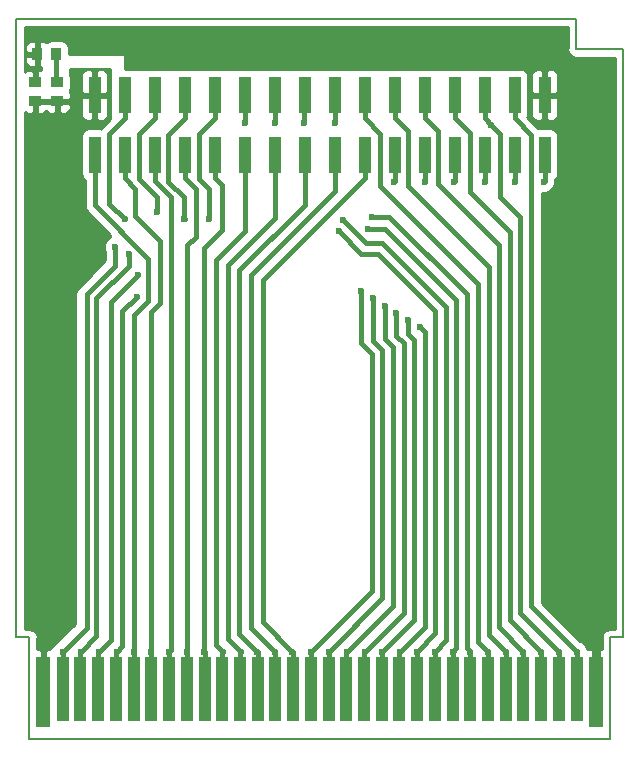
<source format=gbr>
G04 #@! TF.GenerationSoftware,KiCad,Pcbnew,5.0.2-bee76a0~70~ubuntu18.10.1*
G04 #@! TF.CreationDate,2019-01-06T00:09:16+02:00*
G04 #@! TF.ProjectId,GB-BRK-CART,47422d42-524b-42d4-9341-52542e6b6963,v4.0*
G04 #@! TF.SameCoordinates,Original*
G04 #@! TF.FileFunction,Copper,L1,Top*
G04 #@! TF.FilePolarity,Positive*
%FSLAX46Y46*%
G04 Gerber Fmt 4.6, Leading zero omitted, Abs format (unit mm)*
G04 Created by KiCad (PCBNEW 5.0.2-bee76a0~70~ubuntu18.10.1) date su  6. tammikuuta 2019 00.09.16*
%MOMM*%
%LPD*%
G01*
G04 APERTURE LIST*
G04 #@! TA.AperFunction,NonConductor*
%ADD10C,0.150000*%
G04 #@! TD*
G04 #@! TA.AperFunction,SMDPad,CuDef*
%ADD11R,1.000000X3.150000*%
G04 #@! TD*
G04 #@! TA.AperFunction,SMDPad,CuDef*
%ADD12R,1.000000X0.820000*%
G04 #@! TD*
G04 #@! TA.AperFunction,SMDPad,CuDef*
%ADD13R,0.820000X1.000000*%
G04 #@! TD*
G04 #@! TA.AperFunction,ConnectorPad*
%ADD14R,1.300000X6.000000*%
G04 #@! TD*
G04 #@! TA.AperFunction,ConnectorPad*
%ADD15R,1.000000X5.500000*%
G04 #@! TD*
G04 #@! TA.AperFunction,ViaPad*
%ADD16C,0.600000*%
G04 #@! TD*
G04 #@! TA.AperFunction,ViaPad*
%ADD17C,1.000000*%
G04 #@! TD*
G04 #@! TA.AperFunction,Conductor*
%ADD18C,0.800000*%
G04 #@! TD*
G04 #@! TA.AperFunction,Conductor*
%ADD19C,0.400000*%
G04 #@! TD*
G04 #@! TA.AperFunction,Conductor*
%ADD20C,0.254000*%
G04 #@! TD*
G04 APERTURE END LIST*
D10*
X121700000Y-39000000D02*
X121700000Y-41600000D01*
X74300000Y-39000000D02*
X121700000Y-39000000D01*
X125700000Y-41600000D02*
X121700000Y-41600000D01*
X74300000Y-91400000D02*
X74300000Y-39000000D01*
X75400000Y-91400000D02*
X74300000Y-91400000D01*
X75400000Y-100000000D02*
X75400000Y-91400000D01*
X125700000Y-91400000D02*
X125700000Y-41600000D01*
X124600000Y-91400000D02*
X125700000Y-91400000D01*
X124600000Y-100000000D02*
X124600000Y-91400000D01*
X75400000Y-100000000D02*
X124600000Y-100000000D01*
D11*
G04 #@! TO.P,J1,32*
G04 #@! TO.N,GND*
X119050000Y-45475000D03*
G04 #@! TO.P,J1,31*
G04 #@! TO.N,/A15*
X119050000Y-50525000D03*
G04 #@! TO.P,J1,30*
G04 #@! TO.N,/VIN*
X116510000Y-45475000D03*
G04 #@! TO.P,J1,29*
G04 #@! TO.N,/A14*
X116510000Y-50525000D03*
G04 #@! TO.P,J1,28*
G04 #@! TO.N,/~RES*
X113970000Y-45475000D03*
G04 #@! TO.P,J1,27*
G04 #@! TO.N,/A13*
X113970000Y-50525000D03*
G04 #@! TO.P,J1,26*
G04 #@! TO.N,/D7*
X111430000Y-45475000D03*
G04 #@! TO.P,J1,25*
G04 #@! TO.N,/A12*
X111430000Y-50525000D03*
G04 #@! TO.P,J1,24*
G04 #@! TO.N,/D6*
X108890000Y-45475000D03*
G04 #@! TO.P,J1,23*
G04 #@! TO.N,/A11*
X108890000Y-50525000D03*
G04 #@! TO.P,J1,22*
G04 #@! TO.N,/D5*
X106350000Y-45475000D03*
G04 #@! TO.P,J1,21*
G04 #@! TO.N,/A10*
X106350000Y-50525000D03*
G04 #@! TO.P,J1,20*
G04 #@! TO.N,/D4*
X103810000Y-45475000D03*
G04 #@! TO.P,J1,19*
G04 #@! TO.N,/A9*
X103810000Y-50525000D03*
G04 #@! TO.P,J1,18*
G04 #@! TO.N,/D3*
X101270000Y-45475000D03*
G04 #@! TO.P,J1,17*
G04 #@! TO.N,/A8*
X101270000Y-50525000D03*
G04 #@! TO.P,J1,16*
G04 #@! TO.N,/D2*
X98730000Y-45475000D03*
G04 #@! TO.P,J1,15*
G04 #@! TO.N,/A7*
X98730000Y-50525000D03*
G04 #@! TO.P,J1,14*
G04 #@! TO.N,/D1*
X96190000Y-45475000D03*
G04 #@! TO.P,J1,13*
G04 #@! TO.N,/A6*
X96190000Y-50525000D03*
G04 #@! TO.P,J1,12*
G04 #@! TO.N,/D0*
X93650000Y-45475000D03*
G04 #@! TO.P,J1,11*
G04 #@! TO.N,/A5*
X93650000Y-50525000D03*
G04 #@! TO.P,J1,10*
G04 #@! TO.N,/~CS*
X91110000Y-45475000D03*
G04 #@! TO.P,J1,9*
G04 #@! TO.N,/A4*
X91110000Y-50525000D03*
G04 #@! TO.P,J1,8*
G04 #@! TO.N,/~RD*
X88570000Y-45475000D03*
G04 #@! TO.P,J1,7*
G04 #@! TO.N,/A3*
X88570000Y-50525000D03*
G04 #@! TO.P,J1,6*
G04 #@! TO.N,/~WR*
X86030000Y-45475000D03*
G04 #@! TO.P,J1,5*
G04 #@! TO.N,/A2*
X86030000Y-50525000D03*
G04 #@! TO.P,J1,4*
G04 #@! TO.N,/PHI*
X83490000Y-45475000D03*
G04 #@! TO.P,J1,3*
G04 #@! TO.N,/A1*
X83490000Y-50525000D03*
G04 #@! TO.P,J1,2*
G04 #@! TO.N,+5V*
X80950000Y-45475000D03*
G04 #@! TO.P,J1,1*
G04 #@! TO.N,/A0*
X80950000Y-50525000D03*
G04 #@! TD*
D12*
G04 #@! TO.P,R1,2*
G04 #@! TO.N,Net-(D1-Pad2)*
X77800000Y-44400000D03*
G04 #@! TO.P,R1,1*
G04 #@! TO.N,+5V*
X77800000Y-46000000D03*
G04 #@! TD*
D13*
G04 #@! TO.P,D1,2*
G04 #@! TO.N,Net-(D1-Pad2)*
X77700000Y-42000000D03*
G04 #@! TO.P,D1,1*
G04 #@! TO.N,GND*
X76100000Y-42000000D03*
G04 #@! TD*
D14*
G04 #@! TO.P,J2,32*
G04 #@! TO.N,GND*
X123400000Y-96000000D03*
D15*
G04 #@! TO.P,J2,31*
G04 #@! TO.N,/VIN*
X121750000Y-95750000D03*
G04 #@! TO.P,J2,30*
G04 #@! TO.N,/~RES*
X120250000Y-95750000D03*
G04 #@! TO.P,J2,29*
G04 #@! TO.N,/D7*
X118750000Y-95750000D03*
G04 #@! TO.P,J2,28*
G04 #@! TO.N,/D6*
X117250000Y-95750000D03*
G04 #@! TO.P,J2,27*
G04 #@! TO.N,/D5*
X115750000Y-95750000D03*
G04 #@! TO.P,J2,26*
G04 #@! TO.N,/D4*
X114250000Y-95750000D03*
G04 #@! TO.P,J2,25*
G04 #@! TO.N,/D3*
X112750000Y-95750000D03*
G04 #@! TO.P,J2,24*
G04 #@! TO.N,/D2*
X111250000Y-95750000D03*
G04 #@! TO.P,J2,23*
G04 #@! TO.N,/D1*
X109750000Y-95750000D03*
G04 #@! TO.P,J2,22*
G04 #@! TO.N,/D0*
X108250000Y-95750000D03*
G04 #@! TO.P,J2,21*
G04 #@! TO.N,/A15*
X106750000Y-95750000D03*
G04 #@! TO.P,J2,20*
G04 #@! TO.N,/A14*
X105250000Y-95750000D03*
G04 #@! TO.P,J2,19*
G04 #@! TO.N,/A13*
X103750000Y-95750000D03*
G04 #@! TO.P,J2,18*
G04 #@! TO.N,/A12*
X102250000Y-95750000D03*
G04 #@! TO.P,J2,17*
G04 #@! TO.N,/A11*
X100750000Y-95750000D03*
G04 #@! TO.P,J2,16*
G04 #@! TO.N,/A10*
X99250000Y-95750000D03*
G04 #@! TO.P,J2,15*
G04 #@! TO.N,/A9*
X97750000Y-95750000D03*
G04 #@! TO.P,J2,14*
G04 #@! TO.N,/A8*
X96250000Y-95750000D03*
G04 #@! TO.P,J2,13*
G04 #@! TO.N,/A7*
X94750000Y-95750000D03*
G04 #@! TO.P,J2,12*
G04 #@! TO.N,/A6*
X93250000Y-95750000D03*
G04 #@! TO.P,J2,11*
G04 #@! TO.N,/A5*
X91750000Y-95750000D03*
G04 #@! TO.P,J2,10*
G04 #@! TO.N,/A4*
X90250000Y-95750000D03*
G04 #@! TO.P,J2,9*
G04 #@! TO.N,/A3*
X88750000Y-95750000D03*
G04 #@! TO.P,J2,8*
G04 #@! TO.N,/A2*
X87250000Y-95750000D03*
G04 #@! TO.P,J2,7*
G04 #@! TO.N,/A1*
X85750000Y-95750000D03*
G04 #@! TO.P,J2,6*
G04 #@! TO.N,/A0*
X84250000Y-95750000D03*
G04 #@! TO.P,J2,5*
G04 #@! TO.N,/~CS*
X82750000Y-95750000D03*
G04 #@! TO.P,J2,4*
G04 #@! TO.N,/~RD*
X81250000Y-95750000D03*
G04 #@! TO.P,J2,3*
G04 #@! TO.N,/~WR*
X79750000Y-95750000D03*
D14*
G04 #@! TO.P,J2,1*
G04 #@! TO.N,+5V*
X76600000Y-96000000D03*
D15*
G04 #@! TO.P,J2,2*
G04 #@! TO.N,/PHI*
X78250000Y-95750000D03*
G04 #@! TD*
D12*
G04 #@! TO.P,C1,1*
G04 #@! TO.N,+5V*
X75900000Y-46000000D03*
G04 #@! TO.P,C1,2*
G04 #@! TO.N,GND*
X75900000Y-44400000D03*
G04 #@! TD*
D16*
G04 #@! TO.N,GND*
X123400000Y-92600000D03*
D17*
X123400000Y-90200000D03*
X123900000Y-84000000D03*
X120700000Y-68500000D03*
X120300000Y-78300000D03*
X123300000Y-74500000D03*
X123000000Y-63200000D03*
X120300000Y-59000000D03*
X123300000Y-54900000D03*
X122300000Y-48800000D03*
X120300000Y-86100000D03*
X77600000Y-40300000D03*
X100000000Y-40200000D03*
X120200000Y-42900000D03*
D16*
G04 #@! TO.N,/A0*
X84300000Y-92600000D03*
G04 #@! TO.N,/PHI*
X78300000Y-92600000D03*
X82700000Y-58300000D03*
X83500000Y-56000000D03*
G04 #@! TO.N,/A1*
X85700000Y-92600000D03*
G04 #@! TO.N,/A2*
X87250000Y-92600000D03*
G04 #@! TO.N,/A3*
X88800000Y-92600000D03*
G04 #@! TO.N,/A4*
X90200000Y-92600000D03*
G04 #@! TO.N,/D0*
X101600000Y-57000000D03*
X93700000Y-47800000D03*
X108250000Y-92600000D03*
G04 #@! TO.N,/A5*
X91800000Y-92600000D03*
G04 #@! TO.N,/D1*
X102006139Y-56086186D03*
X96200000Y-47800000D03*
X109750000Y-92600000D03*
G04 #@! TO.N,/A6*
X93300000Y-92600000D03*
G04 #@! TO.N,/D2*
X104100000Y-56800000D03*
X98700000Y-47800000D03*
X111250000Y-92600000D03*
G04 #@! TO.N,/A7*
X94700000Y-92600000D03*
G04 #@! TO.N,/D3*
X104400000Y-55800000D03*
X101300000Y-47800000D03*
X112750000Y-92600000D03*
G04 #@! TO.N,/A8*
X96200000Y-92600000D03*
G04 #@! TO.N,/D4*
X114250000Y-92600000D03*
G04 #@! TO.N,/A9*
X97700000Y-92600000D03*
G04 #@! TO.N,/D5*
X115750000Y-92600000D03*
G04 #@! TO.N,/A10*
X103500000Y-62100000D03*
X106300000Y-52800000D03*
X99300000Y-92600000D03*
G04 #@! TO.N,/D6*
X117250000Y-92600000D03*
G04 #@! TO.N,/A11*
X104499994Y-62700000D03*
X108900000Y-52800000D03*
X100800000Y-92600000D03*
G04 #@! TO.N,/D7*
X118750000Y-92600000D03*
G04 #@! TO.N,/A12*
X105500000Y-63300000D03*
X111400000Y-52800000D03*
X102300000Y-92600000D03*
G04 #@! TO.N,/A13*
X106499994Y-63900000D03*
X114000000Y-52800000D03*
X103800000Y-92600000D03*
G04 #@! TO.N,/VIN*
X121750000Y-92600000D03*
G04 #@! TO.N,/A14*
X107507115Y-64507115D03*
X116500000Y-52800000D03*
X105300000Y-92600000D03*
G04 #@! TO.N,/A15*
X108500000Y-65100000D03*
X119000000Y-52800000D03*
X106800000Y-92600000D03*
G04 #@! TO.N,/~RES*
X114520000Y-48000000D03*
X120250000Y-92600000D03*
G04 #@! TO.N,/~CS*
X90600000Y-56000000D03*
X82800000Y-92600000D03*
X84499996Y-62600000D03*
G04 #@! TO.N,/~RD*
X88500000Y-56000000D03*
X81300000Y-92600000D03*
X84600000Y-60700000D03*
G04 #@! TO.N,/~WR*
X79800000Y-92600000D03*
X83847602Y-58952398D03*
X86200000Y-55400000D03*
G04 #@! TD*
D18*
G04 #@! TO.N,GND*
X123400000Y-92600000D02*
X123400000Y-90200000D01*
X123400000Y-96000000D02*
X123400000Y-92600000D01*
X123400000Y-89792894D02*
X123400000Y-90200000D01*
X123400000Y-89700000D02*
X123400000Y-89792894D01*
X123900000Y-84000000D02*
X123400000Y-84500000D01*
X123400000Y-84500000D02*
X123400000Y-89792894D01*
X123900000Y-84000000D02*
X123900000Y-83800000D01*
D19*
X119050000Y-45230000D02*
X119050000Y-46230000D01*
G04 #@! TO.N,Net-(D1-Pad2)*
X77800000Y-42100000D02*
X77700000Y-42000000D01*
X77700000Y-44300000D02*
X77800000Y-44400000D01*
X77700000Y-42000000D02*
X77700000Y-44300000D01*
G04 #@! TO.N,/A0*
X84300000Y-92600000D02*
X84300000Y-64131998D01*
X84300000Y-64131998D02*
X85500001Y-62931997D01*
X85500001Y-62931997D02*
X85500001Y-59332003D01*
X85500001Y-59332003D02*
X80950000Y-54782002D01*
X80950000Y-54782002D02*
X80950000Y-50525000D01*
X84250000Y-95750000D02*
X84250000Y-92650000D01*
X84250000Y-92650000D02*
X84300000Y-92600000D01*
G04 #@! TO.N,/PHI*
X78300000Y-92600000D02*
X80300000Y-90600000D01*
X80300000Y-62328004D02*
X82700000Y-59928004D01*
X80300000Y-90600000D02*
X80300000Y-62328004D01*
X82700000Y-59928004D02*
X82700000Y-58300000D01*
X78250000Y-95750000D02*
X78250000Y-92650000D01*
X78250000Y-92650000D02*
X78300000Y-92600000D01*
X83500000Y-56000000D02*
X82200000Y-54700000D01*
X82200000Y-54700000D02*
X82200000Y-48740000D01*
X82200000Y-48740000D02*
X83490000Y-47450000D01*
X83490000Y-47450000D02*
X83490000Y-45475000D01*
X83490000Y-55990000D02*
X83500000Y-56000000D01*
G04 #@! TO.N,/A1*
X85700000Y-92600000D02*
X85700000Y-63863382D01*
X85700000Y-63863382D02*
X86500000Y-63063382D01*
X86500000Y-63063382D02*
X86500000Y-57832002D01*
X86500000Y-57832002D02*
X84400001Y-55732003D01*
X84400001Y-55732003D02*
X84400001Y-53410001D01*
X84400001Y-53410001D02*
X83490000Y-52500000D01*
X83490000Y-52500000D02*
X83490000Y-50525000D01*
X85750000Y-95750000D02*
X85750000Y-92650000D01*
X85750000Y-92650000D02*
X85700000Y-92600000D01*
G04 #@! TO.N,/A2*
X86030000Y-50525000D02*
X86030000Y-52777232D01*
X87400000Y-92450000D02*
X87250000Y-92600000D01*
X86030000Y-52777232D02*
X87400000Y-54147232D01*
X87400000Y-54147232D02*
X87400000Y-92450000D01*
X87250000Y-95750000D02*
X87250000Y-92600000D01*
G04 #@! TO.N,/A3*
X88800000Y-92600000D02*
X88800000Y-58200000D01*
X88800000Y-58200000D02*
X89500001Y-57499999D01*
X89500001Y-57499999D02*
X89500001Y-53430001D01*
X89500001Y-53430001D02*
X88570000Y-52500000D01*
X88570000Y-52500000D02*
X88570000Y-50525000D01*
X88750000Y-95750000D02*
X88750000Y-92650000D01*
X88750000Y-92650000D02*
X88800000Y-92600000D01*
G04 #@! TO.N,/A4*
X91110000Y-50525000D02*
X91110000Y-52500000D01*
X91110000Y-52500000D02*
X91700000Y-53090000D01*
X91700000Y-53090000D02*
X91700000Y-56900000D01*
X91700000Y-56900000D02*
X90200000Y-58400000D01*
X90200000Y-58400000D02*
X90200000Y-92600000D01*
X90250000Y-95750000D02*
X90250000Y-92650000D01*
X90250000Y-92650000D02*
X90200000Y-92600000D01*
G04 #@! TO.N,/D0*
X108250000Y-92600000D02*
X109800000Y-91050000D01*
X109800000Y-91050000D02*
X109800000Y-63800000D01*
X103500000Y-58900000D02*
X101600000Y-57000000D01*
X109800000Y-63800000D02*
X104900000Y-58900000D01*
X104900000Y-58900000D02*
X103500000Y-58900000D01*
X93700000Y-47800000D02*
X93700000Y-45525000D01*
X93700000Y-45525000D02*
X93650000Y-45475000D01*
X108250000Y-92600000D02*
X108250000Y-95750000D01*
G04 #@! TO.N,/A5*
X93650000Y-50525000D02*
X93650000Y-56950000D01*
X93650000Y-56950000D02*
X91200000Y-59400000D01*
X91200000Y-59400000D02*
X91200000Y-92000000D01*
X91200000Y-92000000D02*
X91800000Y-92600000D01*
X91750000Y-95750000D02*
X91750000Y-92650000D01*
X91750000Y-92650000D02*
X91800000Y-92600000D01*
G04 #@! TO.N,/D1*
X110700000Y-63400006D02*
X105299994Y-58000000D01*
X105299994Y-58000000D02*
X103919953Y-58000000D01*
X103919953Y-58000000D02*
X102006139Y-56086186D01*
X110700000Y-63400006D02*
X110700000Y-63400000D01*
X109750000Y-92600000D02*
X110700000Y-91650000D01*
X110700000Y-91650000D02*
X110700000Y-63400006D01*
X96200000Y-47800000D02*
X96200000Y-45485000D01*
X96200000Y-45485000D02*
X96190000Y-45475000D01*
X109750000Y-92600000D02*
X109750000Y-95750000D01*
G04 #@! TO.N,/A6*
X93300000Y-92600000D02*
X92200000Y-91500000D01*
X92200000Y-91500000D02*
X92200000Y-59900000D01*
X92200000Y-59900000D02*
X96190000Y-55910000D01*
X96190000Y-55910000D02*
X96190000Y-50525000D01*
X93250000Y-95750000D02*
X93250000Y-92650000D01*
X93250000Y-92650000D02*
X93300000Y-92600000D01*
G04 #@! TO.N,/D2*
X105500014Y-56800000D02*
X104100000Y-56800000D01*
X111549999Y-62849985D02*
X105500014Y-56800000D01*
X111549999Y-92300001D02*
X111549999Y-62849985D01*
X111250000Y-92600000D02*
X111549999Y-92300001D01*
X98700000Y-47800000D02*
X98700000Y-45505000D01*
X98700000Y-45505000D02*
X98730000Y-45475000D01*
X111250000Y-92600000D02*
X111250000Y-95750000D01*
G04 #@! TO.N,/A7*
X98730000Y-50525000D02*
X98730000Y-54770000D01*
X98730000Y-54770000D02*
X93200000Y-60300000D01*
X93200000Y-60300000D02*
X93200000Y-91100000D01*
X93200000Y-91100000D02*
X94700000Y-92600000D01*
X94750000Y-95750000D02*
X94750000Y-92650000D01*
X94750000Y-92650000D02*
X94700000Y-92600000D01*
G04 #@! TO.N,/D3*
X105899996Y-55800000D02*
X104400000Y-55800000D01*
X112450001Y-62350005D02*
X105899996Y-55800000D01*
X112450001Y-92300001D02*
X112450001Y-62350005D01*
X112750000Y-92600000D02*
X112450001Y-92300001D01*
X101300000Y-47800000D02*
X101300000Y-45505000D01*
X101300000Y-45505000D02*
X101270000Y-45475000D01*
X112750000Y-92600000D02*
X112750000Y-95750000D01*
G04 #@! TO.N,/A8*
X101270000Y-50525000D02*
X101270000Y-53630000D01*
X101270000Y-53630000D02*
X94200000Y-60700000D01*
X94200000Y-60700000D02*
X94200000Y-90600000D01*
X94200000Y-90600000D02*
X96200000Y-92600000D01*
X96250000Y-95750000D02*
X96250000Y-92650000D01*
X96250000Y-92650000D02*
X96200000Y-92600000D01*
G04 #@! TO.N,/D4*
X114250000Y-92600000D02*
X113400000Y-91750000D01*
X113400000Y-91750000D02*
X113400000Y-61500000D01*
X113400000Y-61500000D02*
X105100000Y-53200000D01*
X105100000Y-53200000D02*
X105100000Y-48740000D01*
X105100000Y-48740000D02*
X103810000Y-47450000D01*
X103810000Y-47450000D02*
X103810000Y-45475000D01*
X114250000Y-92600000D02*
X114250000Y-95750000D01*
G04 #@! TO.N,/A9*
X103810000Y-52500000D02*
X95200000Y-61110000D01*
X103810000Y-50525000D02*
X103810000Y-52500000D01*
X95200000Y-61110000D02*
X95200000Y-90100000D01*
X95200000Y-90100000D02*
X97700000Y-92600000D01*
X97750000Y-95750000D02*
X97750000Y-92650000D01*
X97750000Y-92650000D02*
X97700000Y-92600000D01*
G04 #@! TO.N,/D5*
X115750000Y-92600000D02*
X114300000Y-91150000D01*
X114300000Y-91150000D02*
X114300000Y-60000000D01*
X114300000Y-60000000D02*
X107450001Y-53150001D01*
X107450001Y-53150001D02*
X107450001Y-48550001D01*
X107450001Y-48550001D02*
X106350000Y-47450000D01*
X106350000Y-47450000D02*
X106350000Y-45475000D01*
X115750000Y-92600000D02*
X115750000Y-95750000D01*
G04 #@! TO.N,/A10*
X99300000Y-92600000D02*
X104400000Y-87500000D01*
X104400000Y-87500000D02*
X104400000Y-67400000D01*
X104400000Y-67400000D02*
X103500000Y-66500000D01*
X103500000Y-66500000D02*
X103500000Y-62100000D01*
X106350000Y-50525000D02*
X106350000Y-52750000D01*
X106350000Y-52750000D02*
X106300000Y-52800000D01*
X99250000Y-95750000D02*
X99250000Y-92650000D01*
X99250000Y-92650000D02*
X99300000Y-92600000D01*
G04 #@! TO.N,/D6*
X117250000Y-92600000D02*
X115200000Y-90550000D01*
X115200000Y-90550000D02*
X115200000Y-58200000D01*
X115200000Y-58200000D02*
X109990001Y-52990001D01*
X109990001Y-52990001D02*
X109990001Y-48550001D01*
X109990001Y-48550001D02*
X108890000Y-47450000D01*
X108890000Y-47450000D02*
X108890000Y-45475000D01*
X117250000Y-92600000D02*
X117250000Y-95750000D01*
G04 #@! TO.N,/A11*
X100800000Y-92600000D02*
X105300000Y-88100000D01*
X105300000Y-88100000D02*
X105300000Y-67100000D01*
X105300000Y-67100000D02*
X104499994Y-66299994D01*
X104499994Y-66299994D02*
X104499994Y-62700000D01*
X108890000Y-50525000D02*
X108890000Y-52790000D01*
X108890000Y-52790000D02*
X108900000Y-52800000D01*
X100750000Y-95750000D02*
X100750000Y-92650000D01*
X100750000Y-92650000D02*
X100800000Y-92600000D01*
G04 #@! TO.N,/D7*
X118750000Y-92600000D02*
X116100000Y-89950000D01*
X116100000Y-89950000D02*
X116100000Y-57100000D01*
X116100000Y-57100000D02*
X112700000Y-53700000D01*
X112700000Y-53700000D02*
X112700000Y-48720000D01*
X112700000Y-48720000D02*
X111430000Y-47450000D01*
X111430000Y-47450000D02*
X111430000Y-45475000D01*
X118750000Y-92600000D02*
X118750000Y-95750000D01*
G04 #@! TO.N,/A12*
X102300000Y-92600000D02*
X106200000Y-88700000D01*
X106200000Y-88700000D02*
X106200000Y-66800000D01*
X106200000Y-66800000D02*
X105500000Y-66100000D01*
X105500000Y-66100000D02*
X105500000Y-63300000D01*
X111430000Y-50525000D02*
X111430000Y-52770000D01*
X111430000Y-52770000D02*
X111400000Y-52800000D01*
X102250000Y-95750000D02*
X102250000Y-92650000D01*
X102250000Y-92650000D02*
X102300000Y-92600000D01*
G04 #@! TO.N,/A13*
X103800000Y-92600000D02*
X107100000Y-89300000D01*
X107100000Y-89300000D02*
X107100000Y-66500000D01*
X107100000Y-66500000D02*
X106499994Y-65899994D01*
X106499994Y-65899994D02*
X106499994Y-63900000D01*
X113970000Y-50525000D02*
X113970000Y-52770000D01*
X113970000Y-52770000D02*
X114000000Y-52800000D01*
X103750000Y-95750000D02*
X103750000Y-92650000D01*
X103750000Y-92650000D02*
X103800000Y-92600000D01*
G04 #@! TO.N,/VIN*
X121750000Y-92600000D02*
X117900000Y-88750000D01*
X117900000Y-48840000D02*
X116510000Y-47450000D01*
X117900000Y-88750000D02*
X117900000Y-48840000D01*
X116510000Y-47450000D02*
X116510000Y-45475000D01*
X121750000Y-92600000D02*
X121750000Y-95750000D01*
G04 #@! TO.N,/A14*
X105300000Y-92600000D02*
X108000000Y-89900000D01*
X108000000Y-89900000D02*
X108000000Y-66200000D01*
X108000000Y-66200000D02*
X107500000Y-65700000D01*
X107500000Y-65700000D02*
X107507115Y-65692885D01*
X107507115Y-65692885D02*
X107507115Y-64507115D01*
X116510000Y-50525000D02*
X116510000Y-52790000D01*
X116510000Y-52790000D02*
X116500000Y-52800000D01*
X105250000Y-95750000D02*
X105250000Y-92650000D01*
X105250000Y-92650000D02*
X105300000Y-92600000D01*
G04 #@! TO.N,/A15*
X108900000Y-90500000D02*
X108900000Y-65500000D01*
X108900000Y-65500000D02*
X108500000Y-65100000D01*
X106800000Y-92600000D02*
X108900000Y-90500000D01*
X119050000Y-50525000D02*
X119050000Y-52750000D01*
X119050000Y-52750000D02*
X119000000Y-52800000D01*
X106750000Y-95750000D02*
X106750000Y-92650000D01*
X106750000Y-92650000D02*
X106800000Y-92600000D01*
G04 #@! TO.N,/~RES*
X120250000Y-92600000D02*
X117000000Y-89350000D01*
X117000000Y-89350000D02*
X117000000Y-55800000D01*
X117000000Y-55800000D02*
X115300000Y-54100000D01*
X115300000Y-48780000D02*
X114520000Y-48000000D01*
X115300000Y-54100000D02*
X115300000Y-48780000D01*
X114520000Y-48000000D02*
X113970000Y-47450000D01*
X113970000Y-47450000D02*
X113970000Y-45475000D01*
X120250000Y-92600000D02*
X120250000Y-95750000D01*
G04 #@! TO.N,/~CS*
X91110000Y-45475000D02*
X91110000Y-47450000D01*
X91110000Y-47450000D02*
X89800000Y-48760000D01*
X89800000Y-48760000D02*
X89800000Y-52598616D01*
X89800000Y-52598616D02*
X90600000Y-53398616D01*
X90600000Y-53398616D02*
X90600000Y-56000000D01*
X82800000Y-92600000D02*
X83300000Y-92100000D01*
X83300000Y-92100000D02*
X83300000Y-63799996D01*
X83300000Y-63799996D02*
X84499996Y-62600000D01*
X82750000Y-95750000D02*
X82750000Y-92650000D01*
X82750000Y-92650000D02*
X82800000Y-92600000D01*
G04 #@! TO.N,/~RD*
X87200000Y-52815848D02*
X88500000Y-54115848D01*
X88570000Y-55970000D02*
X88540000Y-56000000D01*
X87200000Y-48820000D02*
X87200000Y-52815848D01*
X88570000Y-45475000D02*
X88570000Y-47450000D01*
X88540000Y-56000000D02*
X88500000Y-56000000D01*
X88500000Y-54115848D02*
X88500000Y-56000000D01*
X88570000Y-47450000D02*
X87200000Y-48820000D01*
X88500000Y-55900000D02*
X88500000Y-56000000D01*
X81300000Y-92600000D02*
X82300000Y-91600000D01*
X82300000Y-91600000D02*
X82300000Y-63000000D01*
X82300000Y-63000000D02*
X84600000Y-60700000D01*
X81250000Y-95750000D02*
X81250000Y-92650000D01*
X81250000Y-92650000D02*
X81300000Y-92600000D01*
G04 #@! TO.N,/~WR*
X79750000Y-95750000D02*
X79750000Y-92650000D01*
X79750000Y-92650000D02*
X79800000Y-92600000D01*
X83847602Y-59911786D02*
X83847602Y-58952398D01*
X81100010Y-62659378D02*
X83847602Y-59911786D01*
X79800000Y-92600000D02*
X81100010Y-91299990D01*
X81100010Y-91299990D02*
X81100010Y-62659378D01*
X86030000Y-47450000D02*
X86030000Y-45475000D01*
X84700000Y-48780000D02*
X86030000Y-47450000D01*
X84700000Y-52578616D02*
X84700000Y-48780000D01*
X86200000Y-55400000D02*
X86200000Y-54078616D01*
X86200000Y-54078616D02*
X84700000Y-52578616D01*
G04 #@! TD*
D20*
G04 #@! TO.N,+5V*
G36*
X82273000Y-47486131D02*
X81667718Y-48091415D01*
X81598000Y-48137999D01*
X81551416Y-48207717D01*
X81483581Y-48309240D01*
X81450000Y-48302560D01*
X80450000Y-48302560D01*
X80202235Y-48351843D01*
X79992191Y-48492191D01*
X79851843Y-48702235D01*
X79802560Y-48950000D01*
X79802560Y-52100000D01*
X79851843Y-52347765D01*
X79992191Y-52557809D01*
X80115001Y-52639868D01*
X80115000Y-54699769D01*
X80098643Y-54782002D01*
X80115000Y-54864235D01*
X80115000Y-54864238D01*
X80163448Y-55107802D01*
X80347999Y-55384003D01*
X80417720Y-55430589D01*
X82273000Y-57285869D01*
X82273000Y-57464832D01*
X82170365Y-57507345D01*
X81907345Y-57770365D01*
X81765000Y-58114017D01*
X81765000Y-58485983D01*
X81865001Y-58727407D01*
X81865000Y-59470210D01*
X79308738Y-62111681D01*
X79281886Y-62153329D01*
X79273000Y-62200000D01*
X79273000Y-90247394D01*
X77210197Y-92310197D01*
X77182667Y-92351399D01*
X77179962Y-92365000D01*
X76885750Y-92365000D01*
X76727000Y-92523750D01*
X76727000Y-95873000D01*
X76747000Y-95873000D01*
X76747000Y-96127000D01*
X76727000Y-96127000D01*
X76727000Y-96147000D01*
X76473000Y-96147000D01*
X76473000Y-96127000D01*
X76453000Y-96127000D01*
X76453000Y-95873000D01*
X76473000Y-95873000D01*
X76473000Y-92523750D01*
X76314250Y-92365000D01*
X76110000Y-92365000D01*
X76110000Y-91469925D01*
X76123909Y-91400000D01*
X76068805Y-91122972D01*
X75911881Y-90888119D01*
X75677028Y-90731195D01*
X75469926Y-90690000D01*
X75400000Y-90676091D01*
X75330075Y-90690000D01*
X75010000Y-90690000D01*
X75010000Y-46918026D01*
X75040301Y-46948327D01*
X75273690Y-47045000D01*
X75614250Y-47045000D01*
X75773000Y-46886250D01*
X75773000Y-46127000D01*
X76027000Y-46127000D01*
X76027000Y-46886250D01*
X76185750Y-47045000D01*
X76526310Y-47045000D01*
X76759699Y-46948327D01*
X76850000Y-46858025D01*
X76940301Y-46948327D01*
X77173690Y-47045000D01*
X77514250Y-47045000D01*
X77673000Y-46886250D01*
X77673000Y-46127000D01*
X77927000Y-46127000D01*
X77927000Y-46886250D01*
X78085750Y-47045000D01*
X78426310Y-47045000D01*
X78659699Y-46948327D01*
X78838327Y-46769698D01*
X78935000Y-46536309D01*
X78935000Y-46285750D01*
X78776250Y-46127000D01*
X77927000Y-46127000D01*
X77673000Y-46127000D01*
X76027000Y-46127000D01*
X75773000Y-46127000D01*
X75753000Y-46127000D01*
X75753000Y-45873000D01*
X75773000Y-45873000D01*
X75773000Y-45853000D01*
X76027000Y-45853000D01*
X76027000Y-45873000D01*
X77673000Y-45873000D01*
X77673000Y-45853000D01*
X77927000Y-45853000D01*
X77927000Y-45873000D01*
X78776250Y-45873000D01*
X78888500Y-45760750D01*
X79815000Y-45760750D01*
X79815000Y-47176309D01*
X79911673Y-47409698D01*
X80090301Y-47588327D01*
X80323690Y-47685000D01*
X80664250Y-47685000D01*
X80823000Y-47526250D01*
X80823000Y-45602000D01*
X81077000Y-45602000D01*
X81077000Y-47526250D01*
X81235750Y-47685000D01*
X81576310Y-47685000D01*
X81809699Y-47588327D01*
X81988327Y-47409698D01*
X82085000Y-47176309D01*
X82085000Y-45760750D01*
X81926250Y-45602000D01*
X81077000Y-45602000D01*
X80823000Y-45602000D01*
X79973750Y-45602000D01*
X79815000Y-45760750D01*
X78888500Y-45760750D01*
X78935000Y-45714250D01*
X78935000Y-45463691D01*
X78838327Y-45230302D01*
X78827000Y-45218975D01*
X78827000Y-45164257D01*
X78898157Y-45057765D01*
X78947440Y-44810000D01*
X78947440Y-43990000D01*
X78904414Y-43773691D01*
X79815000Y-43773691D01*
X79815000Y-45189250D01*
X79973750Y-45348000D01*
X80823000Y-45348000D01*
X80823000Y-43423750D01*
X81077000Y-43423750D01*
X81077000Y-45348000D01*
X81926250Y-45348000D01*
X82085000Y-45189250D01*
X82085000Y-43773691D01*
X81988327Y-43540302D01*
X81809699Y-43361673D01*
X81576310Y-43265000D01*
X81235750Y-43265000D01*
X81077000Y-43423750D01*
X80823000Y-43423750D01*
X80664250Y-43265000D01*
X80323690Y-43265000D01*
X80090301Y-43361673D01*
X79911673Y-43540302D01*
X79815000Y-43773691D01*
X78904414Y-43773691D01*
X78898157Y-43742235D01*
X78827000Y-43635742D01*
X78827000Y-43227000D01*
X82273000Y-43227000D01*
X82273000Y-47486131D01*
X82273000Y-47486131D01*
G37*
X82273000Y-47486131D02*
X81667718Y-48091415D01*
X81598000Y-48137999D01*
X81551416Y-48207717D01*
X81483581Y-48309240D01*
X81450000Y-48302560D01*
X80450000Y-48302560D01*
X80202235Y-48351843D01*
X79992191Y-48492191D01*
X79851843Y-48702235D01*
X79802560Y-48950000D01*
X79802560Y-52100000D01*
X79851843Y-52347765D01*
X79992191Y-52557809D01*
X80115001Y-52639868D01*
X80115000Y-54699769D01*
X80098643Y-54782002D01*
X80115000Y-54864235D01*
X80115000Y-54864238D01*
X80163448Y-55107802D01*
X80347999Y-55384003D01*
X80417720Y-55430589D01*
X82273000Y-57285869D01*
X82273000Y-57464832D01*
X82170365Y-57507345D01*
X81907345Y-57770365D01*
X81765000Y-58114017D01*
X81765000Y-58485983D01*
X81865001Y-58727407D01*
X81865000Y-59470210D01*
X79308738Y-62111681D01*
X79281886Y-62153329D01*
X79273000Y-62200000D01*
X79273000Y-90247394D01*
X77210197Y-92310197D01*
X77182667Y-92351399D01*
X77179962Y-92365000D01*
X76885750Y-92365000D01*
X76727000Y-92523750D01*
X76727000Y-95873000D01*
X76747000Y-95873000D01*
X76747000Y-96127000D01*
X76727000Y-96127000D01*
X76727000Y-96147000D01*
X76473000Y-96147000D01*
X76473000Y-96127000D01*
X76453000Y-96127000D01*
X76453000Y-95873000D01*
X76473000Y-95873000D01*
X76473000Y-92523750D01*
X76314250Y-92365000D01*
X76110000Y-92365000D01*
X76110000Y-91469925D01*
X76123909Y-91400000D01*
X76068805Y-91122972D01*
X75911881Y-90888119D01*
X75677028Y-90731195D01*
X75469926Y-90690000D01*
X75400000Y-90676091D01*
X75330075Y-90690000D01*
X75010000Y-90690000D01*
X75010000Y-46918026D01*
X75040301Y-46948327D01*
X75273690Y-47045000D01*
X75614250Y-47045000D01*
X75773000Y-46886250D01*
X75773000Y-46127000D01*
X76027000Y-46127000D01*
X76027000Y-46886250D01*
X76185750Y-47045000D01*
X76526310Y-47045000D01*
X76759699Y-46948327D01*
X76850000Y-46858025D01*
X76940301Y-46948327D01*
X77173690Y-47045000D01*
X77514250Y-47045000D01*
X77673000Y-46886250D01*
X77673000Y-46127000D01*
X77927000Y-46127000D01*
X77927000Y-46886250D01*
X78085750Y-47045000D01*
X78426310Y-47045000D01*
X78659699Y-46948327D01*
X78838327Y-46769698D01*
X78935000Y-46536309D01*
X78935000Y-46285750D01*
X78776250Y-46127000D01*
X77927000Y-46127000D01*
X77673000Y-46127000D01*
X76027000Y-46127000D01*
X75773000Y-46127000D01*
X75753000Y-46127000D01*
X75753000Y-45873000D01*
X75773000Y-45873000D01*
X75773000Y-45853000D01*
X76027000Y-45853000D01*
X76027000Y-45873000D01*
X77673000Y-45873000D01*
X77673000Y-45853000D01*
X77927000Y-45853000D01*
X77927000Y-45873000D01*
X78776250Y-45873000D01*
X78888500Y-45760750D01*
X79815000Y-45760750D01*
X79815000Y-47176309D01*
X79911673Y-47409698D01*
X80090301Y-47588327D01*
X80323690Y-47685000D01*
X80664250Y-47685000D01*
X80823000Y-47526250D01*
X80823000Y-45602000D01*
X81077000Y-45602000D01*
X81077000Y-47526250D01*
X81235750Y-47685000D01*
X81576310Y-47685000D01*
X81809699Y-47588327D01*
X81988327Y-47409698D01*
X82085000Y-47176309D01*
X82085000Y-45760750D01*
X81926250Y-45602000D01*
X81077000Y-45602000D01*
X80823000Y-45602000D01*
X79973750Y-45602000D01*
X79815000Y-45760750D01*
X78888500Y-45760750D01*
X78935000Y-45714250D01*
X78935000Y-45463691D01*
X78838327Y-45230302D01*
X78827000Y-45218975D01*
X78827000Y-45164257D01*
X78898157Y-45057765D01*
X78947440Y-44810000D01*
X78947440Y-43990000D01*
X78904414Y-43773691D01*
X79815000Y-43773691D01*
X79815000Y-45189250D01*
X79973750Y-45348000D01*
X80823000Y-45348000D01*
X80823000Y-43423750D01*
X81077000Y-43423750D01*
X81077000Y-45348000D01*
X81926250Y-45348000D01*
X82085000Y-45189250D01*
X82085000Y-43773691D01*
X81988327Y-43540302D01*
X81809699Y-43361673D01*
X81576310Y-43265000D01*
X81235750Y-43265000D01*
X81077000Y-43423750D01*
X80823000Y-43423750D01*
X80664250Y-43265000D01*
X80323690Y-43265000D01*
X80090301Y-43361673D01*
X79911673Y-43540302D01*
X79815000Y-43773691D01*
X78904414Y-43773691D01*
X78898157Y-43742235D01*
X78827000Y-43635742D01*
X78827000Y-43227000D01*
X82273000Y-43227000D01*
X82273000Y-47486131D01*
G04 #@! TO.N,GND*
G36*
X120990001Y-41530070D02*
X120976091Y-41600000D01*
X121031195Y-41877028D01*
X121188119Y-42111881D01*
X121422972Y-42268805D01*
X121630074Y-42310000D01*
X121630075Y-42310000D01*
X121700000Y-42323909D01*
X121769926Y-42310000D01*
X124990001Y-42310000D01*
X124990000Y-90690000D01*
X124669926Y-90690000D01*
X124600000Y-90676091D01*
X124530075Y-90690000D01*
X124530074Y-90690000D01*
X124322972Y-90731195D01*
X124088119Y-90888119D01*
X123931195Y-91122972D01*
X123876091Y-91400000D01*
X123890001Y-91469931D01*
X123890001Y-92365000D01*
X123685750Y-92365000D01*
X123527000Y-92523750D01*
X123527000Y-95873000D01*
X123547000Y-95873000D01*
X123547000Y-96127000D01*
X123527000Y-96127000D01*
X123527000Y-96147000D01*
X123273000Y-96147000D01*
X123273000Y-96127000D01*
X123253000Y-96127000D01*
X123253000Y-95873000D01*
X123273000Y-95873000D01*
X123273000Y-92523750D01*
X123114250Y-92365000D01*
X122664697Y-92365000D01*
X122542655Y-92070365D01*
X122279635Y-91807345D01*
X122038213Y-91707345D01*
X118827000Y-88496133D01*
X118827000Y-53735000D01*
X119185983Y-53735000D01*
X119529635Y-53592655D01*
X119792655Y-53329635D01*
X119935000Y-52985983D01*
X119935000Y-52614017D01*
X119932548Y-52608097D01*
X120007809Y-52557809D01*
X120148157Y-52347765D01*
X120197440Y-52100000D01*
X120197440Y-48950000D01*
X120148157Y-48702235D01*
X120007809Y-48492191D01*
X119797765Y-48351843D01*
X119550000Y-48302560D01*
X118550000Y-48302560D01*
X118545710Y-48303413D01*
X118502001Y-48237999D01*
X118432282Y-48191415D01*
X117580309Y-47339442D01*
X117608157Y-47297765D01*
X117657440Y-47050000D01*
X117657440Y-45760750D01*
X117915000Y-45760750D01*
X117915000Y-47176309D01*
X118011673Y-47409698D01*
X118190301Y-47588327D01*
X118423690Y-47685000D01*
X118764250Y-47685000D01*
X118923000Y-47526250D01*
X118923000Y-45602000D01*
X119177000Y-45602000D01*
X119177000Y-47526250D01*
X119335750Y-47685000D01*
X119676310Y-47685000D01*
X119909699Y-47588327D01*
X120088327Y-47409698D01*
X120185000Y-47176309D01*
X120185000Y-45760750D01*
X120026250Y-45602000D01*
X119177000Y-45602000D01*
X118923000Y-45602000D01*
X118073750Y-45602000D01*
X117915000Y-45760750D01*
X117657440Y-45760750D01*
X117657440Y-43900000D01*
X117632316Y-43773691D01*
X117915000Y-43773691D01*
X117915000Y-45189250D01*
X118073750Y-45348000D01*
X118923000Y-45348000D01*
X118923000Y-43423750D01*
X119177000Y-43423750D01*
X119177000Y-45348000D01*
X120026250Y-45348000D01*
X120185000Y-45189250D01*
X120185000Y-43773691D01*
X120088327Y-43540302D01*
X119909699Y-43361673D01*
X119676310Y-43265000D01*
X119335750Y-43265000D01*
X119177000Y-43423750D01*
X118923000Y-43423750D01*
X118764250Y-43265000D01*
X118423690Y-43265000D01*
X118190301Y-43361673D01*
X118011673Y-43540302D01*
X117915000Y-43773691D01*
X117632316Y-43773691D01*
X117608157Y-43652235D01*
X117467809Y-43442191D01*
X117305559Y-43333779D01*
X117289803Y-43310197D01*
X117248601Y-43282667D01*
X117200000Y-43273000D01*
X117112760Y-43273000D01*
X117010000Y-43252560D01*
X116010000Y-43252560D01*
X115907240Y-43273000D01*
X114572760Y-43273000D01*
X114470000Y-43252560D01*
X113470000Y-43252560D01*
X113367240Y-43273000D01*
X112032760Y-43273000D01*
X111930000Y-43252560D01*
X110930000Y-43252560D01*
X110827240Y-43273000D01*
X109492760Y-43273000D01*
X109390000Y-43252560D01*
X108390000Y-43252560D01*
X108287240Y-43273000D01*
X106952760Y-43273000D01*
X106850000Y-43252560D01*
X105850000Y-43252560D01*
X105747240Y-43273000D01*
X104412760Y-43273000D01*
X104310000Y-43252560D01*
X103310000Y-43252560D01*
X103207240Y-43273000D01*
X101872760Y-43273000D01*
X101770000Y-43252560D01*
X100770000Y-43252560D01*
X100667240Y-43273000D01*
X99332760Y-43273000D01*
X99230000Y-43252560D01*
X98230000Y-43252560D01*
X98127240Y-43273000D01*
X96792760Y-43273000D01*
X96690000Y-43252560D01*
X95690000Y-43252560D01*
X95587240Y-43273000D01*
X94252760Y-43273000D01*
X94150000Y-43252560D01*
X93150000Y-43252560D01*
X93047240Y-43273000D01*
X91712760Y-43273000D01*
X91610000Y-43252560D01*
X90610000Y-43252560D01*
X90507240Y-43273000D01*
X89172760Y-43273000D01*
X89070000Y-43252560D01*
X88070000Y-43252560D01*
X87967240Y-43273000D01*
X86632760Y-43273000D01*
X86530000Y-43252560D01*
X85530000Y-43252560D01*
X85427240Y-43273000D01*
X84092760Y-43273000D01*
X83990000Y-43252560D01*
X83527000Y-43252560D01*
X83527000Y-42100000D01*
X83517333Y-42051399D01*
X83489803Y-42010197D01*
X83448601Y-41982667D01*
X83400000Y-41973000D01*
X78757440Y-41973000D01*
X78757440Y-41500000D01*
X78708157Y-41252235D01*
X78567809Y-41042191D01*
X78357765Y-40901843D01*
X78110000Y-40852560D01*
X77290000Y-40852560D01*
X77042235Y-40901843D01*
X76902942Y-40994917D01*
X76869698Y-40961673D01*
X76636309Y-40865000D01*
X76385750Y-40865000D01*
X76227000Y-41023750D01*
X76227000Y-41873000D01*
X76247000Y-41873000D01*
X76247000Y-42127000D01*
X76227000Y-42127000D01*
X76227000Y-42976250D01*
X76373000Y-43122250D01*
X76373000Y-43355000D01*
X76185750Y-43355000D01*
X76027000Y-43513750D01*
X76027000Y-44273000D01*
X76047000Y-44273000D01*
X76047000Y-44373000D01*
X75753000Y-44373000D01*
X75753000Y-44273000D01*
X75773000Y-44273000D01*
X75773000Y-43513750D01*
X75614250Y-43355000D01*
X75273690Y-43355000D01*
X75040301Y-43451673D01*
X75010000Y-43481974D01*
X75010000Y-42285750D01*
X75055000Y-42285750D01*
X75055000Y-42626310D01*
X75151673Y-42859699D01*
X75330302Y-43038327D01*
X75563691Y-43135000D01*
X75814250Y-43135000D01*
X75973000Y-42976250D01*
X75973000Y-42127000D01*
X75213750Y-42127000D01*
X75055000Y-42285750D01*
X75010000Y-42285750D01*
X75010000Y-41373690D01*
X75055000Y-41373690D01*
X75055000Y-41714250D01*
X75213750Y-41873000D01*
X75973000Y-41873000D01*
X75973000Y-41023750D01*
X75814250Y-40865000D01*
X75563691Y-40865000D01*
X75330302Y-40961673D01*
X75151673Y-41140301D01*
X75055000Y-41373690D01*
X75010000Y-41373690D01*
X75010000Y-39710000D01*
X120990000Y-39710000D01*
X120990001Y-41530070D01*
X120990001Y-41530070D01*
G37*
X120990001Y-41530070D02*
X120976091Y-41600000D01*
X121031195Y-41877028D01*
X121188119Y-42111881D01*
X121422972Y-42268805D01*
X121630074Y-42310000D01*
X121630075Y-42310000D01*
X121700000Y-42323909D01*
X121769926Y-42310000D01*
X124990001Y-42310000D01*
X124990000Y-90690000D01*
X124669926Y-90690000D01*
X124600000Y-90676091D01*
X124530075Y-90690000D01*
X124530074Y-90690000D01*
X124322972Y-90731195D01*
X124088119Y-90888119D01*
X123931195Y-91122972D01*
X123876091Y-91400000D01*
X123890001Y-91469931D01*
X123890001Y-92365000D01*
X123685750Y-92365000D01*
X123527000Y-92523750D01*
X123527000Y-95873000D01*
X123547000Y-95873000D01*
X123547000Y-96127000D01*
X123527000Y-96127000D01*
X123527000Y-96147000D01*
X123273000Y-96147000D01*
X123273000Y-96127000D01*
X123253000Y-96127000D01*
X123253000Y-95873000D01*
X123273000Y-95873000D01*
X123273000Y-92523750D01*
X123114250Y-92365000D01*
X122664697Y-92365000D01*
X122542655Y-92070365D01*
X122279635Y-91807345D01*
X122038213Y-91707345D01*
X118827000Y-88496133D01*
X118827000Y-53735000D01*
X119185983Y-53735000D01*
X119529635Y-53592655D01*
X119792655Y-53329635D01*
X119935000Y-52985983D01*
X119935000Y-52614017D01*
X119932548Y-52608097D01*
X120007809Y-52557809D01*
X120148157Y-52347765D01*
X120197440Y-52100000D01*
X120197440Y-48950000D01*
X120148157Y-48702235D01*
X120007809Y-48492191D01*
X119797765Y-48351843D01*
X119550000Y-48302560D01*
X118550000Y-48302560D01*
X118545710Y-48303413D01*
X118502001Y-48237999D01*
X118432282Y-48191415D01*
X117580309Y-47339442D01*
X117608157Y-47297765D01*
X117657440Y-47050000D01*
X117657440Y-45760750D01*
X117915000Y-45760750D01*
X117915000Y-47176309D01*
X118011673Y-47409698D01*
X118190301Y-47588327D01*
X118423690Y-47685000D01*
X118764250Y-47685000D01*
X118923000Y-47526250D01*
X118923000Y-45602000D01*
X119177000Y-45602000D01*
X119177000Y-47526250D01*
X119335750Y-47685000D01*
X119676310Y-47685000D01*
X119909699Y-47588327D01*
X120088327Y-47409698D01*
X120185000Y-47176309D01*
X120185000Y-45760750D01*
X120026250Y-45602000D01*
X119177000Y-45602000D01*
X118923000Y-45602000D01*
X118073750Y-45602000D01*
X117915000Y-45760750D01*
X117657440Y-45760750D01*
X117657440Y-43900000D01*
X117632316Y-43773691D01*
X117915000Y-43773691D01*
X117915000Y-45189250D01*
X118073750Y-45348000D01*
X118923000Y-45348000D01*
X118923000Y-43423750D01*
X119177000Y-43423750D01*
X119177000Y-45348000D01*
X120026250Y-45348000D01*
X120185000Y-45189250D01*
X120185000Y-43773691D01*
X120088327Y-43540302D01*
X119909699Y-43361673D01*
X119676310Y-43265000D01*
X119335750Y-43265000D01*
X119177000Y-43423750D01*
X118923000Y-43423750D01*
X118764250Y-43265000D01*
X118423690Y-43265000D01*
X118190301Y-43361673D01*
X118011673Y-43540302D01*
X117915000Y-43773691D01*
X117632316Y-43773691D01*
X117608157Y-43652235D01*
X117467809Y-43442191D01*
X117305559Y-43333779D01*
X117289803Y-43310197D01*
X117248601Y-43282667D01*
X117200000Y-43273000D01*
X117112760Y-43273000D01*
X117010000Y-43252560D01*
X116010000Y-43252560D01*
X115907240Y-43273000D01*
X114572760Y-43273000D01*
X114470000Y-43252560D01*
X113470000Y-43252560D01*
X113367240Y-43273000D01*
X112032760Y-43273000D01*
X111930000Y-43252560D01*
X110930000Y-43252560D01*
X110827240Y-43273000D01*
X109492760Y-43273000D01*
X109390000Y-43252560D01*
X108390000Y-43252560D01*
X108287240Y-43273000D01*
X106952760Y-43273000D01*
X106850000Y-43252560D01*
X105850000Y-43252560D01*
X105747240Y-43273000D01*
X104412760Y-43273000D01*
X104310000Y-43252560D01*
X103310000Y-43252560D01*
X103207240Y-43273000D01*
X101872760Y-43273000D01*
X101770000Y-43252560D01*
X100770000Y-43252560D01*
X100667240Y-43273000D01*
X99332760Y-43273000D01*
X99230000Y-43252560D01*
X98230000Y-43252560D01*
X98127240Y-43273000D01*
X96792760Y-43273000D01*
X96690000Y-43252560D01*
X95690000Y-43252560D01*
X95587240Y-43273000D01*
X94252760Y-43273000D01*
X94150000Y-43252560D01*
X93150000Y-43252560D01*
X93047240Y-43273000D01*
X91712760Y-43273000D01*
X91610000Y-43252560D01*
X90610000Y-43252560D01*
X90507240Y-43273000D01*
X89172760Y-43273000D01*
X89070000Y-43252560D01*
X88070000Y-43252560D01*
X87967240Y-43273000D01*
X86632760Y-43273000D01*
X86530000Y-43252560D01*
X85530000Y-43252560D01*
X85427240Y-43273000D01*
X84092760Y-43273000D01*
X83990000Y-43252560D01*
X83527000Y-43252560D01*
X83527000Y-42100000D01*
X83517333Y-42051399D01*
X83489803Y-42010197D01*
X83448601Y-41982667D01*
X83400000Y-41973000D01*
X78757440Y-41973000D01*
X78757440Y-41500000D01*
X78708157Y-41252235D01*
X78567809Y-41042191D01*
X78357765Y-40901843D01*
X78110000Y-40852560D01*
X77290000Y-40852560D01*
X77042235Y-40901843D01*
X76902942Y-40994917D01*
X76869698Y-40961673D01*
X76636309Y-40865000D01*
X76385750Y-40865000D01*
X76227000Y-41023750D01*
X76227000Y-41873000D01*
X76247000Y-41873000D01*
X76247000Y-42127000D01*
X76227000Y-42127000D01*
X76227000Y-42976250D01*
X76373000Y-43122250D01*
X76373000Y-43355000D01*
X76185750Y-43355000D01*
X76027000Y-43513750D01*
X76027000Y-44273000D01*
X76047000Y-44273000D01*
X76047000Y-44373000D01*
X75753000Y-44373000D01*
X75753000Y-44273000D01*
X75773000Y-44273000D01*
X75773000Y-43513750D01*
X75614250Y-43355000D01*
X75273690Y-43355000D01*
X75040301Y-43451673D01*
X75010000Y-43481974D01*
X75010000Y-42285750D01*
X75055000Y-42285750D01*
X75055000Y-42626310D01*
X75151673Y-42859699D01*
X75330302Y-43038327D01*
X75563691Y-43135000D01*
X75814250Y-43135000D01*
X75973000Y-42976250D01*
X75973000Y-42127000D01*
X75213750Y-42127000D01*
X75055000Y-42285750D01*
X75010000Y-42285750D01*
X75010000Y-41373690D01*
X75055000Y-41373690D01*
X75055000Y-41714250D01*
X75213750Y-41873000D01*
X75973000Y-41873000D01*
X75973000Y-41023750D01*
X75814250Y-40865000D01*
X75563691Y-40865000D01*
X75330302Y-40961673D01*
X75151673Y-41140301D01*
X75055000Y-41373690D01*
X75010000Y-41373690D01*
X75010000Y-39710000D01*
X120990000Y-39710000D01*
X120990001Y-41530070D01*
G04 #@! TD*
M02*

</source>
